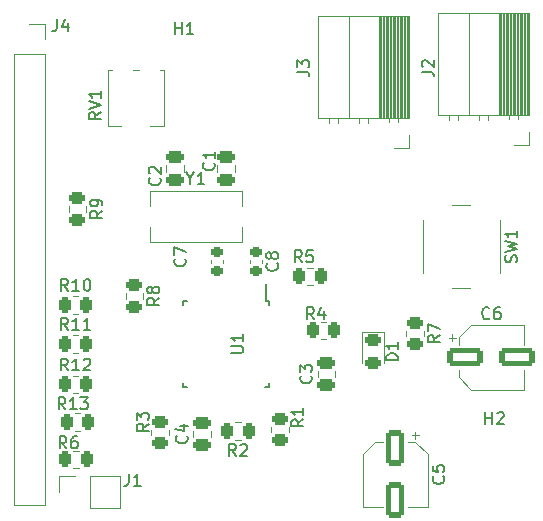
<source format=gto>
G04 #@! TF.GenerationSoftware,KiCad,Pcbnew,(6.0.9)*
G04 #@! TF.CreationDate,2022-12-23T16:31:22+01:00*
G04 #@! TF.ProjectId,mainboard,6d61696e-626f-4617-9264-2e6b69636164,rev?*
G04 #@! TF.SameCoordinates,Original*
G04 #@! TF.FileFunction,Legend,Top*
G04 #@! TF.FilePolarity,Positive*
%FSLAX46Y46*%
G04 Gerber Fmt 4.6, Leading zero omitted, Abs format (unit mm)*
G04 Created by KiCad (PCBNEW (6.0.9)) date 2022-12-23 16:31:22*
%MOMM*%
%LPD*%
G01*
G04 APERTURE LIST*
G04 Aperture macros list*
%AMRoundRect*
0 Rectangle with rounded corners*
0 $1 Rounding radius*
0 $2 $3 $4 $5 $6 $7 $8 $9 X,Y pos of 4 corners*
0 Add a 4 corners polygon primitive as box body*
4,1,4,$2,$3,$4,$5,$6,$7,$8,$9,$2,$3,0*
0 Add four circle primitives for the rounded corners*
1,1,$1+$1,$2,$3*
1,1,$1+$1,$4,$5*
1,1,$1+$1,$6,$7*
1,1,$1+$1,$8,$9*
0 Add four rect primitives between the rounded corners*
20,1,$1+$1,$2,$3,$4,$5,0*
20,1,$1+$1,$4,$5,$6,$7,0*
20,1,$1+$1,$6,$7,$8,$9,0*
20,1,$1+$1,$8,$9,$2,$3,0*%
G04 Aperture macros list end*
%ADD10C,0.150000*%
%ADD11C,0.120000*%
%ADD12RoundRect,0.250000X-0.475000X0.250000X-0.475000X-0.250000X0.475000X-0.250000X0.475000X0.250000X0*%
%ADD13RoundRect,0.250000X0.262500X0.450000X-0.262500X0.450000X-0.262500X-0.450000X0.262500X-0.450000X0*%
%ADD14C,2.000000*%
%ADD15RoundRect,0.250000X0.450000X-0.262500X0.450000X0.262500X-0.450000X0.262500X-0.450000X-0.262500X0*%
%ADD16C,5.400000*%
%ADD17RoundRect,0.225000X-0.250000X0.225000X-0.250000X-0.225000X0.250000X-0.225000X0.250000X0.225000X0*%
%ADD18RoundRect,0.250000X-0.450000X0.262500X-0.450000X-0.262500X0.450000X-0.262500X0.450000X0.262500X0*%
%ADD19RoundRect,0.250000X0.475000X-0.250000X0.475000X0.250000X-0.475000X0.250000X-0.475000X-0.250000X0*%
%ADD20R,1.700000X1.700000*%
%ADD21O,1.700000X1.700000*%
%ADD22RoundRect,0.250000X-0.550000X1.250000X-0.550000X-1.250000X0.550000X-1.250000X0.550000X1.250000X0*%
%ADD23RoundRect,0.250000X-0.262500X-0.450000X0.262500X-0.450000X0.262500X0.450000X-0.262500X0.450000X0*%
%ADD24RoundRect,0.243750X-0.456250X0.243750X-0.456250X-0.243750X0.456250X-0.243750X0.456250X0.243750X0*%
%ADD25R,3.500000X1.200000*%
%ADD26R,1.300000X1.300000*%
%ADD27R,2.000000X1.300000*%
%ADD28RoundRect,0.250000X-1.250000X-0.550000X1.250000X-0.550000X1.250000X0.550000X-1.250000X0.550000X0*%
%ADD29RoundRect,0.225000X0.250000X-0.225000X0.250000X0.225000X-0.250000X0.225000X-0.250000X-0.225000X0*%
%ADD30R,0.550000X1.600000*%
%ADD31R,1.600000X0.550000*%
G04 APERTURE END LIST*
D10*
X126214142Y-36869666D02*
X126261761Y-36917285D01*
X126309380Y-37060142D01*
X126309380Y-37155380D01*
X126261761Y-37298238D01*
X126166523Y-37393476D01*
X126071285Y-37441095D01*
X125880809Y-37488714D01*
X125737952Y-37488714D01*
X125547476Y-37441095D01*
X125452238Y-37393476D01*
X125357000Y-37298238D01*
X125309380Y-37155380D01*
X125309380Y-37060142D01*
X125357000Y-36917285D01*
X125404619Y-36869666D01*
X126309380Y-35917285D02*
X126309380Y-36488714D01*
X126309380Y-36203000D02*
X125309380Y-36203000D01*
X125452238Y-36298238D01*
X125547476Y-36393476D01*
X125595095Y-36488714D01*
X128103333Y-61665380D02*
X127770000Y-61189190D01*
X127531904Y-61665380D02*
X127531904Y-60665380D01*
X127912857Y-60665380D01*
X128008095Y-60713000D01*
X128055714Y-60760619D01*
X128103333Y-60855857D01*
X128103333Y-60998714D01*
X128055714Y-61093952D01*
X128008095Y-61141571D01*
X127912857Y-61189190D01*
X127531904Y-61189190D01*
X128484285Y-60760619D02*
X128531904Y-60713000D01*
X128627142Y-60665380D01*
X128865238Y-60665380D01*
X128960476Y-60713000D01*
X129008095Y-60760619D01*
X129055714Y-60855857D01*
X129055714Y-60951095D01*
X129008095Y-61093952D01*
X128436666Y-61665380D01*
X129055714Y-61665380D01*
X151847761Y-45275333D02*
X151895380Y-45132476D01*
X151895380Y-44894380D01*
X151847761Y-44799142D01*
X151800142Y-44751523D01*
X151704904Y-44703904D01*
X151609666Y-44703904D01*
X151514428Y-44751523D01*
X151466809Y-44799142D01*
X151419190Y-44894380D01*
X151371571Y-45084857D01*
X151323952Y-45180095D01*
X151276333Y-45227714D01*
X151181095Y-45275333D01*
X151085857Y-45275333D01*
X150990619Y-45227714D01*
X150943000Y-45180095D01*
X150895380Y-45084857D01*
X150895380Y-44846761D01*
X150943000Y-44703904D01*
X150895380Y-44370571D02*
X151895380Y-44132476D01*
X151181095Y-43942000D01*
X151895380Y-43751523D01*
X150895380Y-43513428D01*
X151895380Y-42608666D02*
X151895380Y-43180095D01*
X151895380Y-42894380D02*
X150895380Y-42894380D01*
X151038238Y-42989619D01*
X151133476Y-43084857D01*
X151181095Y-43180095D01*
X120721380Y-58967666D02*
X120245190Y-59301000D01*
X120721380Y-59539095D02*
X119721380Y-59539095D01*
X119721380Y-59158142D01*
X119769000Y-59062904D01*
X119816619Y-59015285D01*
X119911857Y-58967666D01*
X120054714Y-58967666D01*
X120149952Y-59015285D01*
X120197571Y-59062904D01*
X120245190Y-59158142D01*
X120245190Y-59539095D01*
X119721380Y-58634333D02*
X119721380Y-58015285D01*
X120102333Y-58348619D01*
X120102333Y-58205761D01*
X120149952Y-58110523D01*
X120197571Y-58062904D01*
X120292809Y-58015285D01*
X120530904Y-58015285D01*
X120626142Y-58062904D01*
X120673761Y-58110523D01*
X120721380Y-58205761D01*
X120721380Y-58491476D01*
X120673761Y-58586714D01*
X120626142Y-58634333D01*
X122936095Y-25979380D02*
X122936095Y-24979380D01*
X122936095Y-25455571D02*
X123507523Y-25455571D01*
X123507523Y-25979380D02*
X123507523Y-24979380D01*
X124507523Y-25979380D02*
X123936095Y-25979380D01*
X124221809Y-25979380D02*
X124221809Y-24979380D01*
X124126571Y-25122238D01*
X124031333Y-25217476D01*
X123936095Y-25265095D01*
X131581142Y-45378666D02*
X131628761Y-45426285D01*
X131676380Y-45569142D01*
X131676380Y-45664380D01*
X131628761Y-45807238D01*
X131533523Y-45902476D01*
X131438285Y-45950095D01*
X131247809Y-45997714D01*
X131104952Y-45997714D01*
X130914476Y-45950095D01*
X130819238Y-45902476D01*
X130724000Y-45807238D01*
X130676380Y-45664380D01*
X130676380Y-45569142D01*
X130724000Y-45426285D01*
X130771619Y-45378666D01*
X131104952Y-44807238D02*
X131057333Y-44902476D01*
X131009714Y-44950095D01*
X130914476Y-44997714D01*
X130866857Y-44997714D01*
X130771619Y-44950095D01*
X130724000Y-44902476D01*
X130676380Y-44807238D01*
X130676380Y-44616761D01*
X130724000Y-44521523D01*
X130771619Y-44473904D01*
X130866857Y-44426285D01*
X130914476Y-44426285D01*
X131009714Y-44473904D01*
X131057333Y-44521523D01*
X131104952Y-44616761D01*
X131104952Y-44807238D01*
X131152571Y-44902476D01*
X131200190Y-44950095D01*
X131295428Y-44997714D01*
X131485904Y-44997714D01*
X131581142Y-44950095D01*
X131628761Y-44902476D01*
X131676380Y-44807238D01*
X131676380Y-44616761D01*
X131628761Y-44521523D01*
X131581142Y-44473904D01*
X131485904Y-44426285D01*
X131295428Y-44426285D01*
X131200190Y-44473904D01*
X131152571Y-44521523D01*
X131104952Y-44616761D01*
X116783380Y-40933666D02*
X116307190Y-41267000D01*
X116783380Y-41505095D02*
X115783380Y-41505095D01*
X115783380Y-41124142D01*
X115831000Y-41028904D01*
X115878619Y-40981285D01*
X115973857Y-40933666D01*
X116116714Y-40933666D01*
X116211952Y-40981285D01*
X116259571Y-41028904D01*
X116307190Y-41124142D01*
X116307190Y-41505095D01*
X116783380Y-40457476D02*
X116783380Y-40267000D01*
X116735761Y-40171761D01*
X116688142Y-40124142D01*
X116545285Y-40028904D01*
X116354809Y-39981285D01*
X115973857Y-39981285D01*
X115878619Y-40028904D01*
X115831000Y-40076523D01*
X115783380Y-40171761D01*
X115783380Y-40362238D01*
X115831000Y-40457476D01*
X115878619Y-40505095D01*
X115973857Y-40552714D01*
X116211952Y-40552714D01*
X116307190Y-40505095D01*
X116354809Y-40457476D01*
X116402428Y-40362238D01*
X116402428Y-40171761D01*
X116354809Y-40076523D01*
X116307190Y-40028904D01*
X116211952Y-39981285D01*
X133691333Y-45283380D02*
X133358000Y-44807190D01*
X133119904Y-45283380D02*
X133119904Y-44283380D01*
X133500857Y-44283380D01*
X133596095Y-44331000D01*
X133643714Y-44378619D01*
X133691333Y-44473857D01*
X133691333Y-44616714D01*
X133643714Y-44711952D01*
X133596095Y-44759571D01*
X133500857Y-44807190D01*
X133119904Y-44807190D01*
X134596095Y-44283380D02*
X134119904Y-44283380D01*
X134072285Y-44759571D01*
X134119904Y-44711952D01*
X134215142Y-44664333D01*
X134453238Y-44664333D01*
X134548476Y-44711952D01*
X134596095Y-44759571D01*
X134643714Y-44854809D01*
X134643714Y-45092904D01*
X134596095Y-45188142D01*
X134548476Y-45235761D01*
X134453238Y-45283380D01*
X134215142Y-45283380D01*
X134119904Y-45235761D01*
X134072285Y-45188142D01*
X134440142Y-54903666D02*
X134487761Y-54951285D01*
X134535380Y-55094142D01*
X134535380Y-55189380D01*
X134487761Y-55332238D01*
X134392523Y-55427476D01*
X134297285Y-55475095D01*
X134106809Y-55522714D01*
X133963952Y-55522714D01*
X133773476Y-55475095D01*
X133678238Y-55427476D01*
X133583000Y-55332238D01*
X133535380Y-55189380D01*
X133535380Y-55094142D01*
X133583000Y-54951285D01*
X133630619Y-54903666D01*
X133535380Y-54570333D02*
X133535380Y-53951285D01*
X133916333Y-54284619D01*
X133916333Y-54141761D01*
X133963952Y-54046523D01*
X134011571Y-53998904D01*
X134106809Y-53951285D01*
X134344904Y-53951285D01*
X134440142Y-53998904D01*
X134487761Y-54046523D01*
X134535380Y-54141761D01*
X134535380Y-54427476D01*
X134487761Y-54522714D01*
X134440142Y-54570333D01*
X134707333Y-50109380D02*
X134374000Y-49633190D01*
X134135904Y-50109380D02*
X134135904Y-49109380D01*
X134516857Y-49109380D01*
X134612095Y-49157000D01*
X134659714Y-49204619D01*
X134707333Y-49299857D01*
X134707333Y-49442714D01*
X134659714Y-49537952D01*
X134612095Y-49585571D01*
X134516857Y-49633190D01*
X134135904Y-49633190D01*
X135564476Y-49442714D02*
X135564476Y-50109380D01*
X135326380Y-49061761D02*
X135088285Y-49776047D01*
X135707333Y-49776047D01*
X121609380Y-48299666D02*
X121133190Y-48633000D01*
X121609380Y-48871095D02*
X120609380Y-48871095D01*
X120609380Y-48490142D01*
X120657000Y-48394904D01*
X120704619Y-48347285D01*
X120799857Y-48299666D01*
X120942714Y-48299666D01*
X121037952Y-48347285D01*
X121085571Y-48394904D01*
X121133190Y-48490142D01*
X121133190Y-48871095D01*
X121037952Y-47728238D02*
X120990333Y-47823476D01*
X120942714Y-47871095D01*
X120847476Y-47918714D01*
X120799857Y-47918714D01*
X120704619Y-47871095D01*
X120657000Y-47823476D01*
X120609380Y-47728238D01*
X120609380Y-47537761D01*
X120657000Y-47442523D01*
X120704619Y-47394904D01*
X120799857Y-47347285D01*
X120847476Y-47347285D01*
X120942714Y-47394904D01*
X120990333Y-47442523D01*
X121037952Y-47537761D01*
X121037952Y-47728238D01*
X121085571Y-47823476D01*
X121133190Y-47871095D01*
X121228428Y-47918714D01*
X121418904Y-47918714D01*
X121514142Y-47871095D01*
X121561761Y-47823476D01*
X121609380Y-47728238D01*
X121609380Y-47537761D01*
X121561761Y-47442523D01*
X121514142Y-47394904D01*
X121418904Y-47347285D01*
X121228428Y-47347285D01*
X121133190Y-47394904D01*
X121085571Y-47442523D01*
X121037952Y-47537761D01*
X123928142Y-59983666D02*
X123975761Y-60031285D01*
X124023380Y-60174142D01*
X124023380Y-60269380D01*
X123975761Y-60412238D01*
X123880523Y-60507476D01*
X123785285Y-60555095D01*
X123594809Y-60602714D01*
X123451952Y-60602714D01*
X123261476Y-60555095D01*
X123166238Y-60507476D01*
X123071000Y-60412238D01*
X123023380Y-60269380D01*
X123023380Y-60174142D01*
X123071000Y-60031285D01*
X123118619Y-59983666D01*
X123356714Y-59126523D02*
X124023380Y-59126523D01*
X122975761Y-59364619D02*
X123690047Y-59602714D01*
X123690047Y-58983666D01*
X119046666Y-63206380D02*
X119046666Y-63920666D01*
X118999047Y-64063523D01*
X118903809Y-64158761D01*
X118760952Y-64206380D01*
X118665714Y-64206380D01*
X120046666Y-64206380D02*
X119475238Y-64206380D01*
X119760952Y-64206380D02*
X119760952Y-63206380D01*
X119665714Y-63349238D01*
X119570476Y-63444476D01*
X119475238Y-63492095D01*
X145358380Y-51474666D02*
X144882190Y-51808000D01*
X145358380Y-52046095D02*
X144358380Y-52046095D01*
X144358380Y-51665142D01*
X144406000Y-51569904D01*
X144453619Y-51522285D01*
X144548857Y-51474666D01*
X144691714Y-51474666D01*
X144786952Y-51522285D01*
X144834571Y-51569904D01*
X144882190Y-51665142D01*
X144882190Y-52046095D01*
X144358380Y-51141333D02*
X144358380Y-50474666D01*
X145358380Y-50903238D01*
X113752333Y-61031380D02*
X113419000Y-60555190D01*
X113180904Y-61031380D02*
X113180904Y-60031380D01*
X113561857Y-60031380D01*
X113657095Y-60079000D01*
X113704714Y-60126619D01*
X113752333Y-60221857D01*
X113752333Y-60364714D01*
X113704714Y-60459952D01*
X113657095Y-60507571D01*
X113561857Y-60555190D01*
X113180904Y-60555190D01*
X114609476Y-60031380D02*
X114419000Y-60031380D01*
X114323761Y-60079000D01*
X114276142Y-60126619D01*
X114180904Y-60269476D01*
X114133285Y-60459952D01*
X114133285Y-60840904D01*
X114180904Y-60936142D01*
X114228523Y-60983761D01*
X114323761Y-61031380D01*
X114514238Y-61031380D01*
X114609476Y-60983761D01*
X114657095Y-60936142D01*
X114704714Y-60840904D01*
X114704714Y-60602809D01*
X114657095Y-60507571D01*
X114609476Y-60459952D01*
X114514238Y-60412333D01*
X114323761Y-60412333D01*
X114228523Y-60459952D01*
X114180904Y-60507571D01*
X114133285Y-60602809D01*
X145662142Y-63412666D02*
X145709761Y-63460285D01*
X145757380Y-63603142D01*
X145757380Y-63698380D01*
X145709761Y-63841238D01*
X145614523Y-63936476D01*
X145519285Y-63984095D01*
X145328809Y-64031714D01*
X145185952Y-64031714D01*
X144995476Y-63984095D01*
X144900238Y-63936476D01*
X144805000Y-63841238D01*
X144757380Y-63698380D01*
X144757380Y-63603142D01*
X144805000Y-63460285D01*
X144852619Y-63412666D01*
X144757380Y-62507904D02*
X144757380Y-62984095D01*
X145233571Y-63031714D01*
X145185952Y-62984095D01*
X145138333Y-62888857D01*
X145138333Y-62650761D01*
X145185952Y-62555523D01*
X145233571Y-62507904D01*
X145328809Y-62460285D01*
X145566904Y-62460285D01*
X145662142Y-62507904D01*
X145709761Y-62555523D01*
X145757380Y-62650761D01*
X145757380Y-62888857D01*
X145709761Y-62984095D01*
X145662142Y-63031714D01*
X113887642Y-54428380D02*
X113554309Y-53952190D01*
X113316214Y-54428380D02*
X113316214Y-53428380D01*
X113697166Y-53428380D01*
X113792404Y-53476000D01*
X113840023Y-53523619D01*
X113887642Y-53618857D01*
X113887642Y-53761714D01*
X113840023Y-53856952D01*
X113792404Y-53904571D01*
X113697166Y-53952190D01*
X113316214Y-53952190D01*
X114840023Y-54428380D02*
X114268595Y-54428380D01*
X114554309Y-54428380D02*
X114554309Y-53428380D01*
X114459071Y-53571238D01*
X114363833Y-53666476D01*
X114268595Y-53714095D01*
X115220976Y-53523619D02*
X115268595Y-53476000D01*
X115363833Y-53428380D01*
X115601928Y-53428380D01*
X115697166Y-53476000D01*
X115744785Y-53523619D01*
X115792404Y-53618857D01*
X115792404Y-53714095D01*
X115744785Y-53856952D01*
X115173357Y-54428380D01*
X115792404Y-54428380D01*
X141802380Y-53570095D02*
X140802380Y-53570095D01*
X140802380Y-53332000D01*
X140850000Y-53189142D01*
X140945238Y-53093904D01*
X141040476Y-53046285D01*
X141230952Y-52998666D01*
X141373809Y-52998666D01*
X141564285Y-53046285D01*
X141659523Y-53093904D01*
X141754761Y-53189142D01*
X141802380Y-53332000D01*
X141802380Y-53570095D01*
X141802380Y-52046285D02*
X141802380Y-52617714D01*
X141802380Y-52332000D02*
X140802380Y-52332000D01*
X140945238Y-52427238D01*
X141040476Y-52522476D01*
X141088095Y-52617714D01*
X124237809Y-38178190D02*
X124237809Y-38654380D01*
X123904476Y-37654380D02*
X124237809Y-38178190D01*
X124571142Y-37654380D01*
X125428285Y-38654380D02*
X124856857Y-38654380D01*
X125142571Y-38654380D02*
X125142571Y-37654380D01*
X125047333Y-37797238D01*
X124952095Y-37892476D01*
X124856857Y-37940095D01*
X133802380Y-58586666D02*
X133326190Y-58920000D01*
X133802380Y-59158095D02*
X132802380Y-59158095D01*
X132802380Y-58777142D01*
X132850000Y-58681904D01*
X132897619Y-58634285D01*
X132992857Y-58586666D01*
X133135714Y-58586666D01*
X133230952Y-58634285D01*
X133278571Y-58681904D01*
X133326190Y-58777142D01*
X133326190Y-59158095D01*
X133802380Y-57634285D02*
X133802380Y-58205714D01*
X133802380Y-57920000D02*
X132802380Y-57920000D01*
X132945238Y-58015238D01*
X133040476Y-58110476D01*
X133088095Y-58205714D01*
X113657142Y-57729380D02*
X113323809Y-57253190D01*
X113085714Y-57729380D02*
X113085714Y-56729380D01*
X113466666Y-56729380D01*
X113561904Y-56777000D01*
X113609523Y-56824619D01*
X113657142Y-56919857D01*
X113657142Y-57062714D01*
X113609523Y-57157952D01*
X113561904Y-57205571D01*
X113466666Y-57253190D01*
X113085714Y-57253190D01*
X114609523Y-57729380D02*
X114038095Y-57729380D01*
X114323809Y-57729380D02*
X114323809Y-56729380D01*
X114228571Y-56872238D01*
X114133333Y-56967476D01*
X114038095Y-57015095D01*
X114942857Y-56729380D02*
X115561904Y-56729380D01*
X115228571Y-57110333D01*
X115371428Y-57110333D01*
X115466666Y-57157952D01*
X115514285Y-57205571D01*
X115561904Y-57300809D01*
X115561904Y-57538904D01*
X115514285Y-57634142D01*
X115466666Y-57681761D01*
X115371428Y-57729380D01*
X115085714Y-57729380D01*
X114990476Y-57681761D01*
X114942857Y-57634142D01*
X116657380Y-32599238D02*
X116181190Y-32932571D01*
X116657380Y-33170666D02*
X115657380Y-33170666D01*
X115657380Y-32789714D01*
X115705000Y-32694476D01*
X115752619Y-32646857D01*
X115847857Y-32599238D01*
X115990714Y-32599238D01*
X116085952Y-32646857D01*
X116133571Y-32694476D01*
X116181190Y-32789714D01*
X116181190Y-33170666D01*
X115657380Y-32313523D02*
X116657380Y-31980190D01*
X115657380Y-31646857D01*
X116657380Y-30789714D02*
X116657380Y-31361142D01*
X116657380Y-31075428D02*
X115657380Y-31075428D01*
X115800238Y-31170666D01*
X115895476Y-31265904D01*
X115943095Y-31361142D01*
X143851380Y-29162333D02*
X144565666Y-29162333D01*
X144708523Y-29209952D01*
X144803761Y-29305190D01*
X144851380Y-29448047D01*
X144851380Y-29543285D01*
X143946619Y-28733761D02*
X143899000Y-28686142D01*
X143851380Y-28590904D01*
X143851380Y-28352809D01*
X143899000Y-28257571D01*
X143946619Y-28209952D01*
X144041857Y-28162333D01*
X144137095Y-28162333D01*
X144279952Y-28209952D01*
X144851380Y-28781380D01*
X144851380Y-28162333D01*
X121642142Y-38139666D02*
X121689761Y-38187285D01*
X121737380Y-38330142D01*
X121737380Y-38425380D01*
X121689761Y-38568238D01*
X121594523Y-38663476D01*
X121499285Y-38711095D01*
X121308809Y-38758714D01*
X121165952Y-38758714D01*
X120975476Y-38711095D01*
X120880238Y-38663476D01*
X120785000Y-38568238D01*
X120737380Y-38425380D01*
X120737380Y-38330142D01*
X120785000Y-38187285D01*
X120832619Y-38139666D01*
X120832619Y-37758714D02*
X120785000Y-37711095D01*
X120737380Y-37615857D01*
X120737380Y-37377761D01*
X120785000Y-37282523D01*
X120832619Y-37234904D01*
X120927857Y-37187285D01*
X121023095Y-37187285D01*
X121165952Y-37234904D01*
X121737380Y-37806333D01*
X121737380Y-37187285D01*
X113887642Y-50999380D02*
X113554309Y-50523190D01*
X113316214Y-50999380D02*
X113316214Y-49999380D01*
X113697166Y-49999380D01*
X113792404Y-50047000D01*
X113840023Y-50094619D01*
X113887642Y-50189857D01*
X113887642Y-50332714D01*
X113840023Y-50427952D01*
X113792404Y-50475571D01*
X113697166Y-50523190D01*
X113316214Y-50523190D01*
X114840023Y-50999380D02*
X114268595Y-50999380D01*
X114554309Y-50999380D02*
X114554309Y-49999380D01*
X114459071Y-50142238D01*
X114363833Y-50237476D01*
X114268595Y-50285095D01*
X115792404Y-50999380D02*
X115220976Y-50999380D01*
X115506690Y-50999380D02*
X115506690Y-49999380D01*
X115411452Y-50142238D01*
X115316214Y-50237476D01*
X115220976Y-50285095D01*
X149566333Y-49997142D02*
X149518714Y-50044761D01*
X149375857Y-50092380D01*
X149280619Y-50092380D01*
X149137761Y-50044761D01*
X149042523Y-49949523D01*
X148994904Y-49854285D01*
X148947285Y-49663809D01*
X148947285Y-49520952D01*
X148994904Y-49330476D01*
X149042523Y-49235238D01*
X149137761Y-49140000D01*
X149280619Y-49092380D01*
X149375857Y-49092380D01*
X149518714Y-49140000D01*
X149566333Y-49187619D01*
X150423476Y-49092380D02*
X150233000Y-49092380D01*
X150137761Y-49140000D01*
X150090142Y-49187619D01*
X149994904Y-49330476D01*
X149947285Y-49520952D01*
X149947285Y-49901904D01*
X149994904Y-49997142D01*
X150042523Y-50044761D01*
X150137761Y-50092380D01*
X150328238Y-50092380D01*
X150423476Y-50044761D01*
X150471095Y-49997142D01*
X150518714Y-49901904D01*
X150518714Y-49663809D01*
X150471095Y-49568571D01*
X150423476Y-49520952D01*
X150328238Y-49473333D01*
X150137761Y-49473333D01*
X150042523Y-49520952D01*
X149994904Y-49568571D01*
X149947285Y-49663809D01*
X149225095Y-58982380D02*
X149225095Y-57982380D01*
X149225095Y-58458571D02*
X149796523Y-58458571D01*
X149796523Y-58982380D02*
X149796523Y-57982380D01*
X150225095Y-58077619D02*
X150272714Y-58030000D01*
X150367952Y-57982380D01*
X150606047Y-57982380D01*
X150701285Y-58030000D01*
X150748904Y-58077619D01*
X150796523Y-58172857D01*
X150796523Y-58268095D01*
X150748904Y-58410952D01*
X150177476Y-58982380D01*
X150796523Y-58982380D01*
X112950666Y-24725380D02*
X112950666Y-25439666D01*
X112903047Y-25582523D01*
X112807809Y-25677761D01*
X112664952Y-25725380D01*
X112569714Y-25725380D01*
X113855428Y-25058714D02*
X113855428Y-25725380D01*
X113617333Y-24677761D02*
X113379238Y-25392047D01*
X113998285Y-25392047D01*
X123768142Y-44997666D02*
X123815761Y-45045285D01*
X123863380Y-45188142D01*
X123863380Y-45283380D01*
X123815761Y-45426238D01*
X123720523Y-45521476D01*
X123625285Y-45569095D01*
X123434809Y-45616714D01*
X123291952Y-45616714D01*
X123101476Y-45569095D01*
X123006238Y-45521476D01*
X122911000Y-45426238D01*
X122863380Y-45283380D01*
X122863380Y-45188142D01*
X122911000Y-45045285D01*
X122958619Y-44997666D01*
X122863380Y-44664333D02*
X122863380Y-43997666D01*
X123863380Y-44426238D01*
X127722380Y-52958904D02*
X128531904Y-52958904D01*
X128627142Y-52911285D01*
X128674761Y-52863666D01*
X128722380Y-52768428D01*
X128722380Y-52577952D01*
X128674761Y-52482714D01*
X128627142Y-52435095D01*
X128531904Y-52387476D01*
X127722380Y-52387476D01*
X128722380Y-51387476D02*
X128722380Y-51958904D01*
X128722380Y-51673190D02*
X127722380Y-51673190D01*
X127865238Y-51768428D01*
X127960476Y-51863666D01*
X128008095Y-51958904D01*
X113887642Y-47697380D02*
X113554309Y-47221190D01*
X113316214Y-47697380D02*
X113316214Y-46697380D01*
X113697166Y-46697380D01*
X113792404Y-46745000D01*
X113840023Y-46792619D01*
X113887642Y-46887857D01*
X113887642Y-47030714D01*
X113840023Y-47125952D01*
X113792404Y-47173571D01*
X113697166Y-47221190D01*
X113316214Y-47221190D01*
X114840023Y-47697380D02*
X114268595Y-47697380D01*
X114554309Y-47697380D02*
X114554309Y-46697380D01*
X114459071Y-46840238D01*
X114363833Y-46935476D01*
X114268595Y-46983095D01*
X115459071Y-46697380D02*
X115554309Y-46697380D01*
X115649547Y-46745000D01*
X115697166Y-46792619D01*
X115744785Y-46887857D01*
X115792404Y-47078333D01*
X115792404Y-47316428D01*
X115744785Y-47506904D01*
X115697166Y-47602142D01*
X115649547Y-47649761D01*
X115554309Y-47697380D01*
X115459071Y-47697380D01*
X115363833Y-47649761D01*
X115316214Y-47602142D01*
X115268595Y-47506904D01*
X115220976Y-47316428D01*
X115220976Y-47078333D01*
X115268595Y-46887857D01*
X115316214Y-46792619D01*
X115363833Y-46745000D01*
X115459071Y-46697380D01*
X133310380Y-29162333D02*
X134024666Y-29162333D01*
X134167523Y-29209952D01*
X134262761Y-29305190D01*
X134310380Y-29448047D01*
X134310380Y-29543285D01*
X133310380Y-28781380D02*
X133310380Y-28162333D01*
X133691333Y-28495666D01*
X133691333Y-28352809D01*
X133738952Y-28257571D01*
X133786571Y-28209952D01*
X133881809Y-28162333D01*
X134119904Y-28162333D01*
X134215142Y-28209952D01*
X134262761Y-28257571D01*
X134310380Y-28352809D01*
X134310380Y-28638523D01*
X134262761Y-28733761D01*
X134215142Y-28781380D01*
D11*
X126519000Y-37076748D02*
X126519000Y-37599252D01*
X127989000Y-37076748D02*
X127989000Y-37599252D01*
X128497064Y-60298000D02*
X128042936Y-60298000D01*
X128497064Y-58828000D02*
X128042936Y-58828000D01*
X147943000Y-40442000D02*
X146443000Y-40442000D01*
X150443000Y-46192000D02*
X150443000Y-41692000D01*
X143943000Y-41692000D02*
X143943000Y-46192000D01*
X146443000Y-47442000D02*
X147943000Y-47442000D01*
X120931000Y-59917064D02*
X120931000Y-59462936D01*
X122401000Y-59917064D02*
X122401000Y-59462936D01*
X130304000Y-45071420D02*
X130304000Y-45352580D01*
X129284000Y-45071420D02*
X129284000Y-45352580D01*
X113946000Y-40539936D02*
X113946000Y-40994064D01*
X115416000Y-40539936D02*
X115416000Y-40994064D01*
X134593064Y-47217000D02*
X134138936Y-47217000D01*
X134593064Y-45747000D02*
X134138936Y-45747000D01*
X135028000Y-54998252D02*
X135028000Y-54475748D01*
X136498000Y-54998252D02*
X136498000Y-54475748D01*
X135736064Y-51789000D02*
X135281936Y-51789000D01*
X135736064Y-50319000D02*
X135281936Y-50319000D01*
X120242000Y-47905936D02*
X120242000Y-48360064D01*
X118772000Y-47905936D02*
X118772000Y-48360064D01*
X125957000Y-59555748D02*
X125957000Y-60078252D01*
X124487000Y-59555748D02*
X124487000Y-60078252D01*
X113117000Y-64745000D02*
X113117000Y-63415000D01*
X115717000Y-66075000D02*
X118317000Y-66075000D01*
X115717000Y-63415000D02*
X118317000Y-63415000D01*
X113117000Y-63415000D02*
X114447000Y-63415000D01*
X115717000Y-66075000D02*
X115717000Y-63415000D01*
X118317000Y-66075000D02*
X118317000Y-63415000D01*
X143991000Y-51080936D02*
X143991000Y-51535064D01*
X142521000Y-51080936D02*
X142521000Y-51535064D01*
X114781064Y-61241000D02*
X114326936Y-61241000D01*
X114781064Y-62711000D02*
X114326936Y-62711000D01*
X143290000Y-59621000D02*
X143290000Y-60246000D01*
X138845000Y-61550437D02*
X138845000Y-66006000D01*
X143300563Y-60486000D02*
X142665000Y-60486000D01*
X139909437Y-60486000D02*
X140545000Y-60486000D01*
X138845000Y-66006000D02*
X140545000Y-66006000D01*
X144365000Y-61550437D02*
X144365000Y-66006000D01*
X143300563Y-60486000D02*
X144365000Y-61550437D01*
X139909437Y-60486000D02*
X138845000Y-61550437D01*
X144365000Y-66006000D02*
X142665000Y-66006000D01*
X143602500Y-59933500D02*
X142977500Y-59933500D01*
X114303436Y-56361000D02*
X114757564Y-56361000D01*
X114303436Y-54891000D02*
X114757564Y-54891000D01*
X138740000Y-51147000D02*
X138740000Y-53832000D01*
X140660000Y-51147000D02*
X138740000Y-51147000D01*
X140660000Y-53832000D02*
X140660000Y-51147000D01*
X120794000Y-39232000D02*
X120794000Y-40502000D01*
X120794000Y-43572000D02*
X128634000Y-43572000D01*
X128634000Y-39232000D02*
X128634000Y-40502000D01*
X120794000Y-39232000D02*
X128634000Y-39232000D01*
X128634000Y-43572000D02*
X128634000Y-42302000D01*
X120794000Y-43572000D02*
X120794000Y-42302000D01*
X132561000Y-59663064D02*
X132561000Y-59208936D01*
X131091000Y-59663064D02*
X131091000Y-59208936D01*
X114908064Y-59536000D02*
X114453936Y-59536000D01*
X114908064Y-58066000D02*
X114453936Y-58066000D01*
X117264000Y-28999000D02*
X117595000Y-28999000D01*
X120874000Y-33739000D02*
X122004000Y-33739000D01*
X121674000Y-28999000D02*
X122004000Y-28999000D01*
X122004000Y-28999000D02*
X122004000Y-33739000D01*
X119375000Y-28999000D02*
X119894000Y-28999000D01*
X117264000Y-33739000D02*
X118394000Y-33739000D01*
X117264000Y-28999000D02*
X117264000Y-33739000D01*
X148723000Y-32785000D02*
X148723000Y-33195000D01*
X152360620Y-24155000D02*
X152360620Y-32785000D01*
X150471100Y-24155000D02*
X150471100Y-32785000D01*
X151415860Y-24155000D02*
X151415860Y-32785000D01*
X151770145Y-24155000D02*
X151770145Y-32785000D01*
X152242525Y-24155000D02*
X152242525Y-32785000D01*
X149443000Y-32785000D02*
X149443000Y-33195000D01*
X151297765Y-24155000D02*
X151297765Y-32785000D01*
X151533955Y-24155000D02*
X151533955Y-32785000D01*
X152596810Y-24155000D02*
X152596810Y-32785000D01*
X150353000Y-24155000D02*
X150353000Y-32785000D01*
X151888240Y-24155000D02*
X151888240Y-32785000D01*
X152833000Y-24155000D02*
X152833000Y-32785000D01*
X152953000Y-24155000D02*
X145213000Y-24155000D01*
X150707290Y-24155000D02*
X150707290Y-32785000D01*
X152714905Y-24155000D02*
X152714905Y-32785000D01*
X145213000Y-24155000D02*
X145213000Y-32785000D01*
X150825385Y-24155000D02*
X150825385Y-32785000D01*
X151061575Y-24155000D02*
X151061575Y-32785000D01*
X147813000Y-24155000D02*
X147813000Y-32785000D01*
X146183000Y-32785000D02*
X146183000Y-33195000D01*
X151983000Y-32785000D02*
X151983000Y-33135000D01*
X151263000Y-32785000D02*
X151263000Y-33135000D01*
X152953000Y-24155000D02*
X152953000Y-32785000D01*
X150589195Y-24155000D02*
X150589195Y-32785000D01*
X152953000Y-32785000D02*
X145213000Y-32785000D01*
X146903000Y-32785000D02*
X146903000Y-33195000D01*
X151652050Y-24155000D02*
X151652050Y-32785000D01*
X152953000Y-35355000D02*
X151623000Y-35355000D01*
X150943480Y-24155000D02*
X150943480Y-32785000D01*
X152124430Y-24155000D02*
X152124430Y-32785000D01*
X152478715Y-24155000D02*
X152478715Y-32785000D01*
X152953000Y-34245000D02*
X152953000Y-35355000D01*
X152006335Y-24155000D02*
X152006335Y-32785000D01*
X151179670Y-24155000D02*
X151179670Y-32785000D01*
X123671000Y-37076748D02*
X123671000Y-37599252D01*
X122201000Y-37076748D02*
X122201000Y-37599252D01*
X114303436Y-51462000D02*
X114757564Y-51462000D01*
X114303436Y-52932000D02*
X114757564Y-52932000D01*
X146973000Y-55035563D02*
X148037437Y-56100000D01*
X146973000Y-51644437D02*
X146973000Y-52280000D01*
X148037437Y-50580000D02*
X152493000Y-50580000D01*
X146973000Y-55035563D02*
X146973000Y-54400000D01*
X146108000Y-51655000D02*
X146733000Y-51655000D01*
X148037437Y-56100000D02*
X152493000Y-56100000D01*
X152493000Y-50580000D02*
X152493000Y-52280000D01*
X146973000Y-51644437D02*
X148037437Y-50580000D01*
X152493000Y-56100000D02*
X152493000Y-54400000D01*
X146420500Y-51342500D02*
X146420500Y-51967500D01*
X109287000Y-65846000D02*
X111947000Y-65846000D01*
X109287000Y-27686000D02*
X109287000Y-65846000D01*
X109287000Y-27686000D02*
X111947000Y-27686000D01*
X111947000Y-25086000D02*
X111947000Y-26416000D01*
X110617000Y-25086000D02*
X111947000Y-25086000D01*
X111947000Y-27686000D02*
X111947000Y-65846000D01*
X127002000Y-45352580D02*
X127002000Y-45071420D01*
X125982000Y-45352580D02*
X125982000Y-45071420D01*
D10*
X123629000Y-48572000D02*
X123629000Y-48897000D01*
X123629000Y-48572000D02*
X123954000Y-48572000D01*
X130879000Y-55822000D02*
X130879000Y-55497000D01*
X123629000Y-55822000D02*
X123954000Y-55822000D01*
X123629000Y-55822000D02*
X123629000Y-55497000D01*
X130654000Y-48572000D02*
X130654000Y-47147000D01*
X130879000Y-55822000D02*
X130554000Y-55822000D01*
X130879000Y-48572000D02*
X130654000Y-48572000D01*
X130879000Y-48572000D02*
X130879000Y-48897000D01*
D11*
X114303436Y-49630000D02*
X114757564Y-49630000D01*
X114303436Y-48160000D02*
X114757564Y-48160000D01*
X141823000Y-33039000D02*
X141823000Y-33389000D01*
X142793000Y-35609000D02*
X141463000Y-35609000D01*
X137653000Y-24409000D02*
X137653000Y-33039000D01*
X141137765Y-24409000D02*
X141137765Y-33039000D01*
X138563000Y-33039000D02*
X138563000Y-33449000D01*
X142200620Y-24409000D02*
X142200620Y-33039000D01*
X140429195Y-24409000D02*
X140429195Y-33039000D01*
X140665385Y-24409000D02*
X140665385Y-33039000D01*
X142793000Y-34499000D02*
X142793000Y-35609000D01*
X136743000Y-33039000D02*
X136743000Y-33449000D01*
X142318715Y-24409000D02*
X142318715Y-33039000D01*
X141255860Y-24409000D02*
X141255860Y-33039000D01*
X141019670Y-24409000D02*
X141019670Y-33039000D01*
X140311100Y-24409000D02*
X140311100Y-33039000D01*
X135053000Y-24409000D02*
X135053000Y-33039000D01*
X140783480Y-24409000D02*
X140783480Y-33039000D01*
X141846335Y-24409000D02*
X141846335Y-33039000D01*
X141492050Y-24409000D02*
X141492050Y-33039000D01*
X142554905Y-24409000D02*
X142554905Y-33039000D01*
X142793000Y-24409000D02*
X135053000Y-24409000D01*
X136023000Y-33039000D02*
X136023000Y-33449000D01*
X141964430Y-24409000D02*
X141964430Y-33039000D01*
X141728240Y-24409000D02*
X141728240Y-33039000D01*
X141610145Y-24409000D02*
X141610145Y-33039000D01*
X142673000Y-24409000D02*
X142673000Y-33039000D01*
X142793000Y-24409000D02*
X142793000Y-33039000D01*
X140547290Y-24409000D02*
X140547290Y-33039000D01*
X141373955Y-24409000D02*
X141373955Y-33039000D01*
X139283000Y-33039000D02*
X139283000Y-33449000D01*
X142082525Y-24409000D02*
X142082525Y-33039000D01*
X142436810Y-24409000D02*
X142436810Y-33039000D01*
X140193000Y-24409000D02*
X140193000Y-33039000D01*
X142793000Y-33039000D02*
X135053000Y-33039000D01*
X140901575Y-24409000D02*
X140901575Y-33039000D01*
X141103000Y-33039000D02*
X141103000Y-33389000D01*
%LPC*%
D12*
X127254000Y-36388000D03*
X127254000Y-38288000D03*
D13*
X129182500Y-59563000D03*
X127357500Y-59563000D03*
D14*
X149443000Y-47192000D03*
X149443000Y-40692000D03*
X144943000Y-40692000D03*
X144943000Y-47192000D03*
D15*
X121666000Y-60602500D03*
X121666000Y-58777500D03*
D16*
X126365000Y-28194000D03*
D17*
X129794000Y-44437000D03*
X129794000Y-45987000D03*
D18*
X114681000Y-39854500D03*
X114681000Y-41679500D03*
D13*
X135278500Y-46482000D03*
X133453500Y-46482000D03*
D19*
X135763000Y-55687000D03*
X135763000Y-53787000D03*
D13*
X136421500Y-51054000D03*
X134596500Y-51054000D03*
D18*
X119507000Y-47220500D03*
X119507000Y-49045500D03*
D12*
X125222000Y-58867000D03*
X125222000Y-60767000D03*
D20*
X114447000Y-64745000D03*
D21*
X116987000Y-64745000D03*
D18*
X143256000Y-50395500D03*
X143256000Y-52220500D03*
D13*
X115466500Y-61976000D03*
X113641500Y-61976000D03*
D22*
X141605000Y-61046000D03*
X141605000Y-65446000D03*
D23*
X113618000Y-55626000D03*
X115443000Y-55626000D03*
D24*
X139700000Y-51894500D03*
X139700000Y-53769500D03*
D25*
X121964000Y-41402000D03*
X127464000Y-41402000D03*
D15*
X131826000Y-60348500D03*
X131826000Y-58523500D03*
D13*
X115593500Y-58801000D03*
X113768500Y-58801000D03*
D26*
X120784000Y-28619000D03*
D27*
X119634000Y-34119000D03*
D26*
X118484000Y-28619000D03*
D20*
X151623000Y-34245000D03*
D21*
X149083000Y-34245000D03*
X146543000Y-34245000D03*
D12*
X122936000Y-36388000D03*
X122936000Y-38288000D03*
D23*
X113618000Y-52197000D03*
X115443000Y-52197000D03*
D28*
X147533000Y-53340000D03*
X151933000Y-53340000D03*
D16*
X149987000Y-62230000D03*
D20*
X110617000Y-26416000D03*
D21*
X110617000Y-28956000D03*
X110617000Y-31496000D03*
X110617000Y-34036000D03*
X110617000Y-36576000D03*
X110617000Y-39116000D03*
X110617000Y-41656000D03*
X110617000Y-44196000D03*
X110617000Y-46736000D03*
X110617000Y-49276000D03*
X110617000Y-51816000D03*
X110617000Y-54356000D03*
X110617000Y-56896000D03*
X110617000Y-59436000D03*
X110617000Y-61976000D03*
X110617000Y-64516000D03*
D29*
X126492000Y-45987000D03*
X126492000Y-44437000D03*
D30*
X130054000Y-47947000D03*
X129254000Y-47947000D03*
X128454000Y-47947000D03*
X127654000Y-47947000D03*
X126854000Y-47947000D03*
X126054000Y-47947000D03*
X125254000Y-47947000D03*
X124454000Y-47947000D03*
D31*
X123004000Y-49397000D03*
X123004000Y-50197000D03*
X123004000Y-50997000D03*
X123004000Y-51797000D03*
X123004000Y-52597000D03*
X123004000Y-53397000D03*
X123004000Y-54197000D03*
X123004000Y-54997000D03*
D30*
X124454000Y-56447000D03*
X125254000Y-56447000D03*
X126054000Y-56447000D03*
X126854000Y-56447000D03*
X127654000Y-56447000D03*
X128454000Y-56447000D03*
X129254000Y-56447000D03*
X130054000Y-56447000D03*
D31*
X131504000Y-54997000D03*
X131504000Y-54197000D03*
X131504000Y-53397000D03*
X131504000Y-52597000D03*
X131504000Y-51797000D03*
X131504000Y-50997000D03*
X131504000Y-50197000D03*
X131504000Y-49397000D03*
D23*
X113618000Y-48895000D03*
X115443000Y-48895000D03*
D20*
X141463000Y-34499000D03*
D21*
X138923000Y-34499000D03*
X136383000Y-34499000D03*
M02*

</source>
